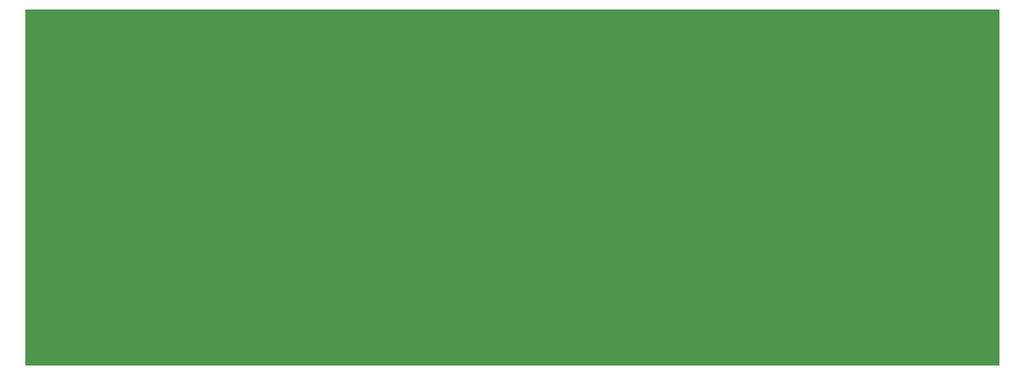
<source format=gbr>
G04 DipTrace 2.4.0.2*
%INBoard.gbr*%
%MOIN*%
%ADD11C,0.0055*%
%FSLAX44Y44*%
G04*
G70*
G90*
G75*
G01*
%LNBoardPoly*%
%LPD*%
G36*
X3940Y3940D2*
D11*
X44940D1*
Y18940D1*
X3940D1*
Y3940D1*
G37*
M02*

</source>
